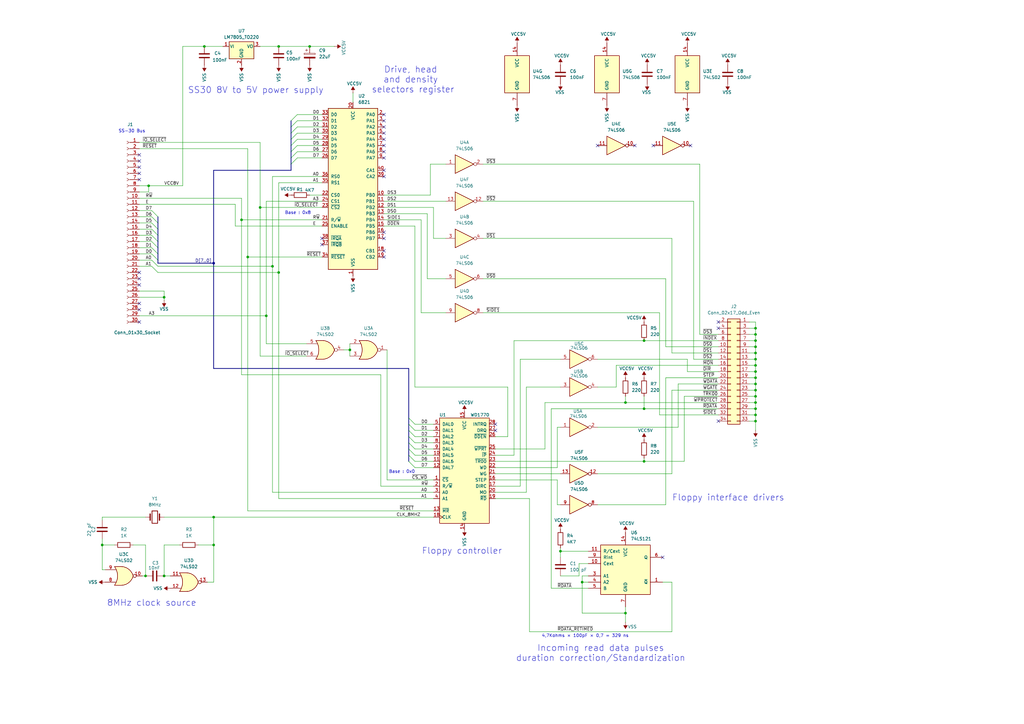
<source format=kicad_sch>
(kicad_sch (version 20250114) (generator "eeschema") (generator_version "9.0")
  (paper "A3")
  (title_block (title "Apollo 7 Squale - SS30 Floppy Disk controller") (rev "0.2") (comment 1 "https://github.com/jfdelnero/Apollo_7_Squale/tree/master/hardware/") (comment 2 "http://hxc2001.free.fr/Squale/") (comment 3 "CC-BY Licence (Creative Commons Attribution)") (comment 4 "Drawn by Jean-François DEL NERO (Draft / WIP !)"))
  (text "Floppy controller" (at 189.484 226.06 0) (effects (font (size 2.54 2.54))))
  (text "Base : 0x8" (at 122.174 87.376 0) (effects (font (size 1.27 1.27))))
  (text "8MHz clock source" (at 62.23 247.396 0) (effects (font (size 2.54 2.54))))
  (text "SS-30 Bus" (at 54.102 53.848 0) (effects (font (size 1.27 1.27))))
  (text "SS30 8V to 5V power supply" (at 104.902 37.084 0) (effects (font (size 2.54 2.54))))
  (text "Incoming read data pulses\nduration correction/Standardization" (at 246.38 267.97 0) (effects (font (size 2.54 2.54))))
  (text "Floppy interface drivers" (at 298.704 204.216 0) (effects (font (size 2.54 2.54))))
  (text "Drive, head \nand density \nselectors register" (at 169.418 32.766 0) (effects (font (size 2.54 2.54))))
  (text "Base : 0x0" (at 164.846 193.548 0) (effects (font (size 1.27 1.27))))
  (text "4,7Kohms × 100pF × 0,7 = 329 ns" (at 240.03 260.858 0) (effects (font (size 1.27 1.27))))
  (junction (at 67.31 121.92))
  (junction (at 101.6 105.41))
  (junction (at 309.88 172.72))
  (junction (at 60.96 76.2))
  (junction (at 87.63 223.52))
  (junction (at 87.63 212.09))
  (junction (at 41.91 223.52))
  (junction (at 59.69 236.22))
  (junction (at 109.22 129.54))
  (junction (at 309.88 144.78))
  (junction (at 238.76 238.76))
  (junction (at 309.88 147.32))
  (junction (at 309.88 134.62))
  (junction (at 256.54 165.1))
  (junction (at 264.16 139.7))
  (junction (at 264.16 167.64))
  (junction (at 309.88 139.7))
  (junction (at 309.88 154.94))
  (junction (at 143.51 143.51))
  (junction (at 83.82 19.05))
  (junction (at 229.87 226.06))
  (junction (at 127 19.05))
  (junction (at 264.16 189.23))
  (junction (at 114.3 19.05))
  (junction (at 309.88 170.18))
  (junction (at 309.88 162.56))
  (junction (at 114.3 111.76))
  (junction (at 309.88 149.86))
  (junction (at 256.54 251.46))
  (junction (at 309.88 152.4))
  (junction (at 99.06 90.17))
  (junction (at 111.76 109.22))
  (junction (at 87.63 107.95))
  (junction (at 309.88 137.16))
  (junction (at 309.88 160.02))
  (junction (at 309.88 157.48))
  (junction (at 67.31 236.22))
  (junction (at 106.68 85.09))
  (junction (at 309.88 142.24))
  (junction (at 309.88 167.64))
  (junction (at 309.88 165.1))
  (no_connect (at 157.48 72.39))
  (no_connect (at 57.15 73.66))
  (no_connect (at 157.48 69.85))
  (no_connect (at 271.78 228.6))
  (no_connect (at 245.11 59.69))
  (no_connect (at 157.48 64.77))
  (no_connect (at 203.2 173.99))
  (no_connect (at 157.48 95.25))
  (no_connect (at 294.64 134.62))
  (no_connect (at 157.48 62.23))
  (no_connect (at 132.08 97.79))
  (no_connect (at 294.64 132.08))
  (no_connect (at 57.15 132.08))
  (no_connect (at 57.15 124.46))
  (no_connect (at 157.48 57.15))
  (no_connect (at 132.08 100.33))
  (no_connect (at 157.48 54.61))
  (no_connect (at 260.35 59.69))
  (no_connect (at 203.2 176.53))
  (no_connect (at 157.48 49.53))
  (no_connect (at 157.48 97.79))
  (no_connect (at 57.15 111.76))
  (no_connect (at 157.48 102.87))
  (no_connect (at 57.15 127))
  (no_connect (at 57.15 116.84))
  (no_connect (at 157.48 46.99))
  (no_connect (at 57.15 63.5))
  (no_connect (at 283.21 59.69))
  (no_connect (at 157.48 52.07))
  (no_connect (at 267.97 59.69))
  (no_connect (at 57.15 66.04))
  (no_connect (at 294.64 172.72))
  (no_connect (at 57.15 68.58))
  (no_connect (at 157.48 59.69))
  (no_connect (at 157.48 105.41))
  (no_connect (at 57.15 114.3))
  (no_connect (at 57.15 71.12))
  (bus_entry (at 62.23 93.98) (size 2.54 2.54))
  (bus_entry (at 167.64 176.53) (size 2.54 2.54))
  (bus_entry (at 119.38 57.15) (size 2.54 -2.54))
  (bus_entry (at 167.64 189.23) (size 2.54 2.54))
  (bus_entry (at 62.23 91.44) (size 2.54 2.54))
  (bus_entry (at 167.64 173.99) (size 2.54 2.54))
  (bus_entry (at 62.23 104.14) (size 2.54 2.54))
  (bus_entry (at 62.23 88.9) (size 2.54 2.54))
  (bus_entry (at 167.64 186.69) (size 2.54 2.54))
  (bus_entry (at 62.23 101.6) (size 2.54 2.54))
  (bus_entry (at 119.38 52.07) (size 2.54 -2.54))
  (bus_entry (at 62.23 106.68) (size 2.54 2.54))
  (bus_entry (at 167.64 184.15) (size 2.54 2.54))
  (bus_entry (at 62.23 96.52) (size 2.54 2.54))
  (bus_entry (at 119.38 67.31) (size 2.54 -2.54))
  (bus_entry (at 119.38 54.61) (size 2.54 -2.54))
  (bus_entry (at 119.38 62.23) (size 2.54 -2.54))
  (bus_entry (at 167.64 181.61) (size 2.54 2.54))
  (bus_entry (at 62.23 99.06) (size 2.54 2.54))
  (bus_entry (at 119.38 64.77) (size 2.54 -2.54))
  (bus_entry (at 167.64 179.07) (size 2.54 2.54))
  (bus_entry (at 62.23 109.22) (size 2.54 2.54))
  (bus_entry (at 119.38 49.53) (size 2.54 -2.54))
  (bus_entry (at 167.64 171.45) (size 2.54 2.54))
  (bus_entry (at 62.23 86.36) (size 2.54 2.54))
  (bus_entry (at 119.38 59.69) (size 2.54 -2.54))
  (bus (pts (xy 64.77 107.95) (xy 87.63 107.95)))
  (wire (pts (xy 307.34 132.08) (xy 309.88 132.08)))
  (bus (pts (xy 119.38 62.23) (xy 119.38 64.77)))
  (wire (pts (xy 57.15 78.74) (xy 60.96 78.74)))
  (bus (pts (xy 167.64 171.45) (xy 167.64 173.99)))
  (wire (pts (xy 307.34 134.62) (xy 309.88 134.62)))
  (wire (pts (xy 121.92 54.61) (xy 132.08 54.61)))
  (wire (pts (xy 87.63 212.09) (xy 87.63 223.52)))
  (wire (pts (xy 264.16 162.56) (xy 264.16 167.64)))
  (wire (pts (xy 307.34 167.64) (xy 309.88 167.64)))
  (wire (pts (xy 309.88 154.94) (xy 309.88 157.48)))
  (wire (pts (xy 203.2 204.47) (xy 217.17 204.47)))
  (wire (pts (xy 309.88 167.64) (xy 309.88 170.18)))
  (wire (pts (xy 57.15 58.42) (xy 106.68 58.42)))
  (wire (pts (xy 170.18 179.07) (xy 177.8 179.07)))
  (wire (pts (xy 144.78 38.1) (xy 144.78 41.91)))
  (bus (pts (xy 87.63 69.85) (xy 119.38 69.85)))
  (wire (pts (xy 307.34 165.1) (xy 309.88 165.1)))
  (wire (pts (xy 284.48 82.55) (xy 284.48 147.32)))
  (wire (pts (xy 198.12 82.55) (xy 284.48 82.55)))
  (wire (pts (xy 309.88 147.32) (xy 309.88 149.86)))
  (wire (pts (xy 223.52 184.15) (xy 203.2 184.15)))
  (wire (pts (xy 87.63 223.52) (xy 87.63 238.76)))
  (wire (pts (xy 87.63 212.09) (xy 177.8 212.09)))
  (wire (pts (xy 309.88 176.53) (xy 309.88 172.72)))
  (wire (pts (xy 228.6 196.85) (xy 203.2 196.85)))
  (wire (pts (xy 114.3 74.93) (xy 114.3 111.76)))
  (wire (pts (xy 41.91 212.09) (xy 41.91 213.36)))
  (wire (pts (xy 99.06 90.17) (xy 132.08 90.17)))
  (wire (pts (xy 170.18 158.75) (xy 208.28 158.75)))
  (wire (pts (xy 127 19.05) (xy 137.16 19.05)))
  (wire (pts (xy 309.88 144.78) (xy 309.88 147.32)))
  (wire (pts (xy 309.88 142.24) (xy 309.88 144.78)))
  (wire (pts (xy 237.49 231.14) (xy 241.3 231.14)))
  (wire (pts (xy 57.15 91.44) (xy 62.23 91.44)))
  (wire (pts (xy 198.12 114.3) (xy 273.05 114.3)))
  (wire (pts (xy 256.54 162.56) (xy 256.54 165.1)))
  (wire (pts (xy 215.9 158.75) (xy 229.87 158.75)))
  (wire (pts (xy 217.17 204.47) (xy 217.17 259.08)))
  (wire (pts (xy 83.82 19.05) (xy 91.44 19.05)))
  (wire (pts (xy 264.16 187.96) (xy 264.16 189.23)))
  (wire (pts (xy 69.85 236.22) (xy 67.31 236.22)))
  (wire (pts (xy 175.26 87.63) (xy 175.26 114.3)))
  (wire (pts (xy 57.15 129.54) (xy 109.22 129.54)))
  (wire (pts (xy 121.92 59.69) (xy 132.08 59.69)))
  (wire (pts (xy 170.18 173.99) (xy 177.8 173.99)))
  (wire (pts (xy 177.8 97.79) (xy 182.88 97.79)))
  (wire (pts (xy 127 80.01) (xy 132.08 80.01)))
  (wire (pts (xy 273.05 142.24) (xy 294.64 142.24)))
  (wire (pts (xy 228.6 191.77) (xy 228.6 175.26)))
  (wire (pts (xy 213.36 199.39) (xy 213.36 147.32)))
  (wire (pts (xy 57.15 99.06) (xy 62.23 99.06)))
  (wire (pts (xy 294.64 139.7) (xy 264.16 139.7)))
  (wire (pts (xy 156.21 199.39) (xy 177.8 199.39)))
  (wire (pts (xy 132.08 82.55) (xy 109.22 82.55)))
  (wire (pts (xy 245.11 158.75) (xy 252.73 158.75)))
  (wire (pts (xy 198.12 67.31) (xy 287.02 67.31)))
  (bus (pts (xy 64.77 104.14) (xy 64.77 106.68)))
  (wire (pts (xy 41.91 212.09) (xy 59.69 212.09)))
  (wire (pts (xy 57.15 76.2) (xy 60.96 76.2)))
  (wire (pts (xy 58.42 236.22) (xy 59.69 236.22)))
  (bus (pts (xy 64.77 101.6) (xy 64.77 104.14)))
  (wire (pts (xy 307.34 154.94) (xy 309.88 154.94)))
  (wire (pts (xy 203.2 191.77) (xy 228.6 191.77)))
  (wire (pts (xy 57.15 93.98) (xy 62.23 93.98)))
  (bus (pts (xy 64.77 96.52) (xy 64.77 99.06)))
  (wire (pts (xy 210.82 186.69) (xy 203.2 186.69)))
  (wire (pts (xy 309.88 170.18) (xy 309.88 172.72)))
  (wire (pts (xy 309.88 152.4) (xy 309.88 154.94)))
  (wire (pts (xy 57.15 60.96) (xy 101.6 60.96)))
  (wire (pts (xy 281.94 152.4) (xy 294.64 152.4)))
  (wire (pts (xy 114.3 74.93) (xy 132.08 74.93)))
  (wire (pts (xy 74.93 19.05) (xy 83.82 19.05)))
  (wire (pts (xy 229.87 226.06) (xy 241.3 226.06)))
  (wire (pts (xy 114.3 19.05) (xy 127 19.05)))
  (wire (pts (xy 121.92 52.07) (xy 132.08 52.07)))
  (wire (pts (xy 256.54 255.27) (xy 256.54 251.46)))
  (wire (pts (xy 280.67 162.56) (xy 294.64 162.56)))
  (wire (pts (xy 140.97 143.51) (xy 143.51 143.51)))
  (wire (pts (xy 307.34 147.32) (xy 309.88 147.32)))
  (wire (pts (xy 275.59 238.76) (xy 275.59 259.08)))
  (wire (pts (xy 54.61 223.52) (xy 59.69 223.52)))
  (wire (pts (xy 114.3 204.47) (xy 177.8 204.47)))
  (wire (pts (xy 238.76 236.22) (xy 238.76 238.76)))
  (wire (pts (xy 270.51 170.18) (xy 294.64 170.18)))
  (wire (pts (xy 170.18 92.71) (xy 170.18 158.75)))
  (wire (pts (xy 157.48 80.01) (xy 176.53 80.01)))
  (wire (pts (xy 109.22 82.55) (xy 109.22 129.54)))
  (wire (pts (xy 41.91 223.52) (xy 41.91 220.98)))
  (wire (pts (xy 213.36 147.32) (xy 229.87 147.32)))
  (wire (pts (xy 156.21 153.67) (xy 156.21 199.39)))
  (wire (pts (xy 111.76 201.93) (xy 177.8 201.93)))
  (wire (pts (xy 275.59 97.79) (xy 275.59 144.78)))
  (wire (pts (xy 307.34 137.16) (xy 309.88 137.16)))
  (wire (pts (xy 114.3 111.76) (xy 114.3 204.47)))
  (wire (pts (xy 121.92 46.99) (xy 132.08 46.99)))
  (wire (pts (xy 57.15 96.52) (xy 62.23 96.52)))
  (wire (pts (xy 121.92 64.77) (xy 132.08 64.77)))
  (wire (pts (xy 57.15 83.82) (xy 96.52 83.82)))
  (wire (pts (xy 64.77 111.76) (xy 114.3 111.76)))
  (wire (pts (xy 96.52 83.82) (xy 96.52 92.71)))
  (wire (pts (xy 158.75 196.85) (xy 177.8 196.85)))
  (wire (pts (xy 228.6 207.01) (xy 228.6 196.85)))
  (wire (pts (xy 294.64 154.94) (xy 273.05 154.94)))
  (wire (pts (xy 307.34 162.56) (xy 309.88 162.56)))
  (wire (pts (xy 57.15 81.28) (xy 99.06 81.28)))
  (wire (pts (xy 309.88 132.08) (xy 309.88 134.62)))
  (wire (pts (xy 106.68 146.05) (xy 106.68 85.09)))
  (bus (pts (xy 119.38 67.31) (xy 119.38 69.85)))
  (wire (pts (xy 106.68 85.09) (xy 132.08 85.09)))
  (wire (pts (xy 284.48 147.32) (xy 294.64 147.32)))
  (wire (pts (xy 198.12 128.27) (xy 270.51 128.27)))
  (wire (pts (xy 170.18 191.77) (xy 177.8 191.77)))
  (wire (pts (xy 67.31 121.92) (xy 67.31 119.38)))
  (wire (pts (xy 64.77 109.22) (xy 111.76 109.22)))
  (wire (pts (xy 109.22 140.97) (xy 125.73 140.97)))
  (wire (pts (xy 109.22 140.97) (xy 109.22 129.54)))
  (bus (pts (xy 87.63 69.85) (xy 87.63 107.95)))
  (wire (pts (xy 99.06 90.17) (xy 99.06 153.67)))
  (wire (pts (xy 57.15 88.9) (xy 62.23 88.9)))
  (wire (pts (xy 264.16 189.23) (xy 280.67 189.23)))
  (wire (pts (xy 309.88 139.7) (xy 309.88 142.24)))
  (wire (pts (xy 111.76 72.39) (xy 111.76 109.22)))
  (wire (pts (xy 210.82 139.7) (xy 264.16 139.7)))
  (wire (pts (xy 256.54 251.46) (xy 256.54 248.92)))
  (wire (pts (xy 177.8 85.09) (xy 177.8 97.79)))
  (wire (pts (xy 132.08 72.39) (xy 111.76 72.39)))
  (wire (pts (xy 111.76 109.22) (xy 111.76 201.93)))
  (wire (pts (xy 99.06 81.28) (xy 99.06 90.17)))
  (bus (pts (xy 167.64 173.99) (xy 167.64 176.53)))
  (wire (pts (xy 57.15 104.14) (xy 62.23 104.14)))
  (wire (pts (xy 106.68 58.42) (xy 106.68 85.09)))
  (wire (pts (xy 172.72 90.17) (xy 172.72 128.27)))
  (wire (pts (xy 170.18 184.15) (xy 177.8 184.15)))
  (wire (pts (xy 287.02 137.16) (xy 294.64 137.16)))
  (wire (pts (xy 307.34 152.4) (xy 309.88 152.4)))
  (wire (pts (xy 245.11 175.26) (xy 278.13 175.26)))
  (wire (pts (xy 226.06 167.64) (xy 264.16 167.64)))
  (wire (pts (xy 170.18 189.23) (xy 177.8 189.23)))
  (wire (pts (xy 176.53 67.31) (xy 182.88 67.31)))
  (wire (pts (xy 273.05 154.94) (xy 273.05 207.01)))
  (bus (pts (xy 87.63 107.95) (xy 87.63 151.13)))
  (wire (pts (xy 74.93 19.05) (xy 74.93 76.2)))
  (wire (pts (xy 309.88 165.1) (xy 309.88 167.64)))
  (wire (pts (xy 273.05 114.3) (xy 273.05 142.24)))
  (wire (pts (xy 81.28 223.52) (xy 87.63 223.52)))
  (bus (pts (xy 64.77 88.9) (xy 64.77 91.44)))
  (wire (pts (xy 229.87 224.79) (xy 229.87 226.06)))
  (bus (pts (xy 64.77 93.98) (xy 64.77 96.52)))
  (wire (pts (xy 121.92 57.15) (xy 132.08 57.15)))
  (wire (pts (xy 241.3 241.3) (xy 226.06 241.3)))
  (wire (pts (xy 41.91 223.52) (xy 46.99 223.52)))
  (wire (pts (xy 43.18 233.68) (xy 41.91 233.68)))
  (wire (pts (xy 101.6 105.41) (xy 101.6 209.55)))
  (wire (pts (xy 121.92 49.53) (xy 132.08 49.53)))
  (wire (pts (xy 256.54 165.1) (xy 223.52 165.1)))
  (wire (pts (xy 309.88 134.62) (xy 309.88 137.16)))
  (bus (pts (xy 119.38 59.69) (xy 119.38 62.23)))
  (bus (pts (xy 119.38 52.07) (xy 119.38 54.61)))
  (wire (pts (xy 157.48 92.71) (xy 170.18 92.71)))
  (bus (pts (xy 167.64 181.61) (xy 167.64 184.15)))
  (wire (pts (xy 57.15 106.68) (xy 62.23 106.68)))
  (wire (pts (xy 252.73 149.86) (xy 294.64 149.86)))
  (wire (pts (xy 157.48 90.17) (xy 172.72 90.17)))
  (wire (pts (xy 57.15 121.92) (xy 67.31 121.92)))
  (wire (pts (xy 59.69 223.52) (xy 59.69 236.22)))
  (wire (pts (xy 157.48 82.55) (xy 182.88 82.55)))
  (wire (pts (xy 287.02 67.31) (xy 287.02 137.16)))
  (wire (pts (xy 307.34 170.18) (xy 309.88 170.18)))
  (wire (pts (xy 307.34 142.24) (xy 309.88 142.24)))
  (wire (pts (xy 41.91 233.68) (xy 41.91 223.52)))
  (bus (pts (xy 64.77 99.06) (xy 64.77 101.6)))
  (wire (pts (xy 203.2 201.93) (xy 215.9 201.93)))
  (wire (pts (xy 208.28 158.75) (xy 208.28 179.07)))
  (wire (pts (xy 275.59 160.02) (xy 275.59 194.31)))
  (wire (pts (xy 238.76 238.76) (xy 241.3 238.76)))
  (wire (pts (xy 228.6 207.01) (xy 229.87 207.01)))
  (wire (pts (xy 223.52 165.1) (xy 223.52 184.15)))
  (wire (pts (xy 307.34 139.7) (xy 309.88 139.7)))
  (wire (pts (xy 309.88 137.16) (xy 309.88 139.7)))
  (wire (pts (xy 106.68 19.05) (xy 114.3 19.05)))
  (wire (pts (xy 309.88 162.56) (xy 309.88 165.1)))
  (wire (pts (xy 60.96 76.2) (xy 74.93 76.2)))
  (wire (pts (xy 158.75 143.51) (xy 158.75 196.85)))
  (bus (pts (xy 119.38 49.53) (xy 119.38 52.07)))
  (wire (pts (xy 275.59 144.78) (xy 294.64 144.78)))
  (wire (pts (xy 309.88 160.02) (xy 309.88 162.56)))
  (wire (pts (xy 238.76 251.46) (xy 238.76 238.76)))
  (wire (pts (xy 229.87 226.06) (xy 229.87 228.6)))
  (wire (pts (xy 245.11 194.31) (xy 275.59 194.31)))
  (wire (pts (xy 278.13 157.48) (xy 294.64 157.48)))
  (wire (pts (xy 309.88 172.72) (xy 307.34 172.72)))
  (wire (pts (xy 256.54 251.46) (xy 238.76 251.46)))
  (bus (pts (xy 119.38 54.61) (xy 119.38 57.15)))
  (wire (pts (xy 57.15 86.36) (xy 62.23 86.36)))
  (wire (pts (xy 143.51 143.51) (xy 143.51 146.05)))
  (wire (pts (xy 229.87 236.22) (xy 237.49 236.22)))
  (wire (pts (xy 294.64 160.02) (xy 275.59 160.02)))
  (wire (pts (xy 101.6 209.55) (xy 177.8 209.55)))
  (wire (pts (xy 101.6 105.41) (xy 132.08 105.41)))
  (wire (pts (xy 176.53 80.01) (xy 176.53 67.31)))
  (bus (pts (xy 87.63 151.13) (xy 167.64 151.13)))
  (wire (pts (xy 273.05 207.01) (xy 245.11 207.01)))
  (wire (pts (xy 67.31 121.92) (xy 67.31 123.19)))
  (wire (pts (xy 175.26 114.3) (xy 182.88 114.3)))
  (wire (pts (xy 60.96 78.74) (xy 60.96 76.2)))
  (wire (pts (xy 307.34 144.78) (xy 309.88 144.78)))
  (wire (pts (xy 270.51 128.27) (xy 270.51 170.18)))
  (wire (pts (xy 264.16 167.64) (xy 294.64 167.64)))
  (wire (pts (xy 241.3 236.22) (xy 238.76 236.22)))
  (wire (pts (xy 281.94 147.32) (xy 281.94 152.4)))
  (bus (pts (xy 167.64 176.53) (xy 167.64 179.07)))
  (wire (pts (xy 57.15 101.6) (xy 62.23 101.6)))
  (wire (pts (xy 294.64 165.1) (xy 256.54 165.1)))
  (wire (pts (xy 85.09 238.76) (xy 87.63 238.76)))
  (wire (pts (xy 307.34 160.02) (xy 309.88 160.02)))
  (wire (pts (xy 170.18 186.69) (xy 177.8 186.69)))
  (wire (pts (xy 99.06 153.67) (xy 156.21 153.67)))
  (bus (pts (xy 119.38 57.15) (xy 119.38 59.69)))
  (wire (pts (xy 101.6 60.96) (xy 101.6 105.41)))
  (wire (pts (xy 96.52 92.71) (xy 132.08 92.71)))
  (wire (pts (xy 309.88 157.48) (xy 309.88 160.02)))
  (wire (pts (xy 228.6 175.26) (xy 229.87 175.26)))
  (wire (pts (xy 157.48 87.63) (xy 175.26 87.63)))
  (wire (pts (xy 307.34 157.48) (xy 309.88 157.48)))
  (wire (pts (xy 87.63 212.09) (xy 67.31 212.09)))
  (wire (pts (xy 215.9 201.93) (xy 215.9 158.75)))
  (bus (pts (xy 167.64 179.07) (xy 167.64 181.61)))
  (wire (pts (xy 170.18 176.53) (xy 177.8 176.53)))
  (wire (pts (xy 67.31 223.52) (xy 67.31 236.22)))
  (bus (pts (xy 64.77 91.44) (xy 64.77 93.98)))
  (bus (pts (xy 64.77 106.68) (xy 64.77 107.95)))
  (wire (pts (xy 203.2 194.31) (xy 229.87 194.31)))
  (wire (pts (xy 309.88 149.86) (xy 309.88 152.4)))
  (wire (pts (xy 198.12 97.79) (xy 275.59 97.79)))
  (wire (pts (xy 157.48 85.09) (xy 177.8 85.09)))
  (bus (pts (xy 167.64 186.69) (xy 167.64 189.23)))
  (wire (pts (xy 210.82 139.7) (xy 210.82 186.69)))
  (wire (pts (xy 57.15 119.38) (xy 67.31 119.38)))
  (wire (pts (xy 121.92 62.23) (xy 132.08 62.23)))
  (wire (pts (xy 208.28 179.07) (xy 203.2 179.07)))
  (wire (pts (xy 67.31 223.52) (xy 73.66 223.52)))
  (wire (pts (xy 280.67 189.23) (xy 280.67 162.56)))
  (bus (pts (xy 167.64 184.15) (xy 167.64 186.69)))
  (bus (pts (xy 119.38 64.77) (xy 119.38 67.31)))
  (wire (pts (xy 143.51 140.97) (xy 143.51 143.51)))
  (wire (pts (xy 106.68 146.05) (xy 125.73 146.05)))
  (wire (pts (xy 203.2 189.23) (xy 264.16 189.23)))
  (wire (pts (xy 170.18 181.61) (xy 177.8 181.61)))
  (wire (pts (xy 275.59 259.08) (xy 217.17 259.08)))
  (wire (pts (xy 278.13 175.26) (xy 278.13 157.48)))
  (wire (pts (xy 245.11 147.32) (xy 281.94 147.32)))
  (wire (pts (xy 271.78 238.76) (xy 275.59 238.76)))
  (bus (pts (xy 167.64 151.13) (xy 167.64 171.45)))
  (wire (pts (xy 226.06 167.64) (xy 226.06 241.3)))
  (wire (pts (xy 57.15 109.22) (xy 62.23 109.22)))
  (wire (pts (xy 172.72 128.27) (xy 182.88 128.27)))
  (wire (pts (xy 203.2 199.39) (xy 213.36 199.39)))
  (wire (pts (xy 307.34 149.86) (xy 309.88 149.86)))
  (wire (pts (xy 237.49 236.22) (xy 237.49 231.14)))
  (wire (pts (xy 252.73 158.75) (xy 252.73 149.86)))
  (label "~{RESET}" (at 125.73 105.41 0))
  (label "D7" (at 172.72 191.77 0))
  (label "~{RDATA}" (at 288.29 167.64 0))
  (label "D0" (at 59.69 104.14 0))
  (label "D4" (at 59.69 93.98 0))
  (label "~{DS3}" (at 199.39 67.31 0))
  (label "D4" (at 128.27 57.15 0))
  (label "~{IO_SELECT}" (at 120.65 85.09 0))
  (label "DS0" (at 158.75 87.63 0))
  (label "R~{W}" (at 128.27 90.17 0))
  (label "A3" (at 128.27 82.55 0))
  (label "D5" (at 59.69 91.44 0))
  (label "~{WPROTECT}" (at 284.48 165.1 0))
  (label "~{DDEN}" (at 158.75 92.71 0))
  (label "R~{W}" (at 172.72 199.39 0))
  (label "A0" (at 128.27 72.39 0))
  (label "~{WGATE}" (at 288.29 160.02 0))
  (label "~{DS2}" (at 288.29 147.32 0))
  (label "SIDE1" (at 158.75 90.17 0))
  (label "D3" (at 172.72 181.61 0))
  (label "A0" (at 172.72 201.93 0))
  (label "~{TRK00}" (at 288.29 162.56 0))
  (label "D7" (at 128.27 64.77 0))
  (label "VCC8V" (at 67.31 76.2 0))
  (label "D3" (at 128.27 54.61 0))
  (label "~{SIDE1}" (at 288.29 170.18 0))
  (label "~{MON}" (at 288.29 149.86 0))
  (label "~{RESET}" (at 163.83 209.55 0))
  (label "~{IO_SELECT}" (at 58.42 58.42 0))
  (label "~{INDEX}" (at 288.29 139.7 0))
  (label "E" (at 128.27 92.71 0))
  (label "A1" (at 128.27 74.93 0))
  (label "DS2" (at 158.75 82.55 0))
  (label "CLK_8MHZ" (at 162.56 212.09 0))
  (label "D6" (at 172.72 189.23 0))
  (label "~{DS3}" (at 288.29 137.16 0))
  (label "D5" (at 172.72 186.69 0))
  (label "D4" (at 172.72 184.15 0))
  (label "~{DS2}" (at 199.39 82.55 0))
  (label "~{STEP}" (at 288.29 154.94 0))
  (label "A1" (at 172.72 204.47 0))
  (label "~{WDATA}" (at 288.29 157.48 0))
  (label "A3" (at 60.96 129.54 0))
  (label "~{CS_WD}" (at 168.91 196.85 0))
  (label "DS1" (at 158.75 85.09 0))
  (label "D[7..0]" (at 80.01 107.95 0))
  (label "D1" (at 59.69 101.6 0))
  (label "D2" (at 59.69 99.06 0))
  (label "D3" (at 59.69 96.52 0))
  (label "D6" (at 128.27 62.23 0))
  (label "A1" (at 59.69 109.22 0))
  (label "D5" (at 128.27 59.69 0))
  (label "~{DS0}" (at 288.29 142.24 0))
  (label "~{IO_SELECT}" (at 116.84 146.05 0))
  (label "~{DS1}" (at 288.29 144.78 0))
  (label "~{DS1}" (at 199.39 97.79 0))
  (label "R~{W}" (at 59.69 81.28 0))
  (label "~{RDATA}" (at 228.6 241.3 0))
  (label "D2" (at 172.72 179.07 0))
  (label "~{RESET}" (at 58.42 60.96 0))
  (label "~{DIR}" (at 288.29 152.4 0))
  (label "D1" (at 172.72 176.53 0))
  (label "A0" (at 59.69 106.68 0))
  (label "~{DS0}" (at 199.39 114.3 0))
  (label "D0" (at 172.72 173.99 0))
  (label "D1" (at 128.27 49.53 0))
  (label "D0" (at 128.27 46.99 0))
  (label "~{SIDE1}" (at 199.39 128.27 0))
  (label "D2" (at 128.27 52.07 0))
  (label "E" (at 59.69 83.82 0))
  (label "D7" (at 59.69 86.36 0))
  (label "DS3" (at 158.75 80.01 0))
  (label "D6" (at 59.69 88.9 0))
  (label "~{RDATA_RETIMED}" (at 228.6 259.08 0))
  (symbol (lib_id "lib:WD1770") (at 190.5 194.31 0) (unit 1)
    (property "Reference" "U1" (at 181.61 170.18 0))
    (property "Value" "WD1770" (at 196.85 170.18 0))
    (property "Footprint" "Housings_DIP:DIP-28_W15.24mm_LongPads" (effects (hide yes)))
    (property "Datasheet" "http://info-coach.fr/atari/documents/general/fd/WD177x-00.pdf" (effects (hide yes)))
  )
  (symbol (lib_id "power:VSS") (at 67.31 123.19 180) (unit 1)
    (property "Reference" "#PWR0124" (effects (hide yes)))
    (property "Value" "VSS" (at 67.31 126.746 0))
    (property "Description" "Power symbol creates a global label with name \"VSS\"" (effects (hide yes)))
  )
  (symbol (lib_id "Device:C") (at 114.3 22.86 0) (unit 1)
    (property "Reference" "C5" (at 117.348 21.59 0) (effects (justify left)))
    (property "Value" "100nF" (at 117.348 24.13 0) (effects (justify left)))
    (property "Description" "Unpolarized capacitor" (effects (hide yes)))
  )
  (symbol (lib_id "power:VSS") (at 256.54 218.44 0) (unit 1)
    (property "Reference" "#PWR013" (effects (hide yes)))
    (property "Value" "VCC5V" (at 254 214.63 0) (effects (justify left)))
    (property "Description" "Power symbol creates a global label with name \"VSS\"" (effects (hide yes)))
  )
  (symbol (lib_id "power:VSS") (at 144.78 38.1 0) (unit 1)
    (property "Reference" "#PWR020" (effects (hide yes)))
    (property "Value" "VCC5V" (at 142.24 34.29 0) (effects (justify left)))
    (property "Description" "Power symbol creates a global label with name \"VSS\"" (effects (hide yes)))
  )
  (symbol (lib_id "Device:R") (at 264.16 158.75 0) (unit 1)
    (property "Reference" "R7" (at 266.7 157.4799 0) (effects (justify left)))
    (property "Value" "220" (at 266.7 160.0199 0) (effects (justify left)))
    (property "Description" "Resistor" (effects (hide yes)))
  )
  (symbol (lib_id "74xx:74LS06") (at 190.5 82.55 0) (unit 6)
    (property "Reference" "U4" (at 190.5 73.66 0))
    (property "Value" "74LS06" (at 190.5 76.2 0))
    (property "Datasheet" "http://www.ti.com/lit/gpn/sn74LS06" (effects (hide yes)))
    (property "Description" "Inverter Open Collect" (effects (hide yes)))
  )
  (symbol (lib_id "74xx:74LS121") (at 256.54 233.68 0) (unit 1)
    (property "Reference" "U6" (at 258.6833 218.44 0) (effects (justify left)))
    (property "Value" "74LS121" (at 258.6833 220.98 0) (effects (justify left)))
    (property "Datasheet" "http://www.ti.com/lit/gpn/sn74121" (effects (hide yes)))
    (property "Description" "monostable multivibrator with Schmitt-trigger inputs" (effects (hide yes)))
  )
  (symbol (lib_id "power:VSS") (at 190.5 217.17 180) (unit 1)
    (property "Reference" "#PWR010" (effects (hide yes)))
    (property "Value" "VSS" (at 190.5 222.25 90))
    (property "Description" "Power symbol creates a global label with name \"VSS\"" (effects (hide yes)))
  )
  (symbol (lib_id "power:VSS") (at 281.94 43.18 180) (unit 1)
    (property "Reference" "#PWR02" (effects (hide yes)))
    (property "Value" "VSS" (at 281.94 48.26 90))
    (property "Description" "Power symbol creates a global label with name \"VSS\"" (effects (hide yes)))
  )
  (symbol (lib_id "Device:Crystal") (at 63.5 212.09 0) (unit 1)
    (property "Reference" "Y1" (at 63.5 204.47 0))
    (property "Value" "8MHz" (at 63.5 207.01 0))
    (property "Description" "Two pin crystal" (effects (hide yes)))
  )
  (symbol (lib_id "power:VSS") (at 114.3 26.67 180) (unit 1)
    (property "Reference" "#PWR018" (effects (hide yes)))
    (property "Value" "VSS" (at 114.3 31.75 90))
    (property "Description" "Power symbol creates a global label with name \"VSS\"" (effects (hide yes)))
  )
  (symbol (lib_id "power:VSS") (at 144.78 113.03 180) (unit 1)
    (property "Reference" "#PWR01" (effects (hide yes)))
    (property "Value" "VSS" (at 144.78 118.11 90))
    (property "Description" "Power symbol creates a global label with name \"VSS\"" (effects (hide yes)))
  )
  (symbol (lib_id "Device:R") (at 229.87 220.98 0) (unit 1)
    (property "Reference" "R4" (at 232.41 219.7099 0) (effects (justify left)))
    (property "Value" "4K7" (at 232.41 222.2499 0) (effects (justify left)))
    (property "Description" "Resistor" (effects (hide yes)))
  )
  (symbol (lib_id "74xx:74LS06") (at 237.49 207.01 0) (unit 4)
    (property "Reference" "U5" (at 237.49 198.12 0))
    (property "Value" "74LS06" (at 237.49 200.66 0))
    (property "Datasheet" "http://www.ti.com/lit/gpn/sn74LS06" (effects (hide yes)))
    (property "Description" "Inverter Open Collect" (effects (hide yes)))
  )
  (symbol (lib_id "Device:C") (at 41.91 217.17 180) (unit 1)
    (property "Reference" "C2" (at 38.354 217.17 90))
    (property "Value" "22 pF" (at 36.576 217.17 90))
    (property "Description" "Unpolarized capacitor" (effects (hide yes)))
  )
  (symbol (lib_id "Device:C") (at 265.43 30.48 0) (unit 1)
    (property "Reference" "C7" (at 269.24 29.2099 0) (effects (justify left)))
    (property "Value" "100nF" (at 269.24 31.7499 0) (effects (justify left)))
    (property "Description" "Unpolarized capacitor" (effects (hide yes)))
  )
  (symbol (lib_id "power:VSS") (at 298.45 26.67 0) (unit 1)
    (property "Reference" "#PWR028" (effects (hide yes)))
    (property "Value" "VCC5V" (at 295.91 22.86 0) (effects (justify left)))
    (property "Description" "Power symbol creates a global label with name \"VSS\"" (effects (hide yes)))
  )
  (symbol (lib_id "74xx:74LS06") (at 252.73 59.69 0) (unit 5)
    (property "Reference" "U4" (at 252.73 50.8 0))
    (property "Value" "74LS06" (at 252.73 53.34 0))
    (property "Datasheet" "http://www.ti.com/lit/gpn/sn74LS06" (effects (hide yes)))
    (property "Description" "Inverter Open Collect" (effects (hide yes)))
  )
  (symbol (lib_id "power:VSS") (at 212.09 43.18 180) (unit 1)
    (property "Reference" "#PWR03" (effects (hide yes)))
    (property "Value" "VSS" (at 212.09 48.26 90))
    (property "Description" "Power symbol creates a global label with name \"VSS\"" (effects (hide yes)))
  )
  (symbol (lib_id "Device:R") (at 50.8 223.52 90) (unit 1)
    (property "Reference" "R2" (at 50.8 217.17 90))
    (property "Value" "1K" (at 50.8 219.71 90))
    (property "Description" "Resistor" (effects (hide yes)))
  )
  (symbol (lib_id "Regulator_Linear:LM7805_TO220") (at 99.06 19.05 0) (unit 1)
    (property "Reference" "U7" (at 99.06 12.7 0))
    (property "Value" "LM7805_TO220" (at 99.06 15.24 0))
    (property "Footprint" "Package_TO_SOT_THT:TO-220-3_Vertical" (effects (hide yes)))
    (property "Datasheet" "https://www.onsemi.cn/PowerSolutions/document/MC7800-D.PDF" (effects (hide yes)))
    (property "Description" "Positive 1A 35V Linear Regulator, Fixed Output 5V, TO-220" (effects (hide yes)))
  )
  (symbol (lib_id "power:VSS") (at 119.38 80.01 90) (unit 1)
    (property "Reference" "#PWR0182" (effects (hide yes)))
    (property "Value" "VCC5V" (at 118.11 77.47 90))
    (property "Description" "Power symbol creates a global label with name \"VSS\"" (effects (hide yes)))
  )
  (symbol (lib_id "Device:C") (at 229.87 30.48 0) (unit 1)
    (property "Reference" "C6" (at 233.68 29.2099 0) (effects (justify left)))
    (property "Value" "100nF" (at 233.68 31.7499 0) (effects (justify left)))
    (property "Description" "Unpolarized capacitor" (effects (hide yes)))
  )
  (symbol (lib_id "power:VSS") (at 265.43 34.29 180) (unit 1)
    (property "Reference" "#PWR024" (effects (hide yes)))
    (property "Value" "VSS" (at 265.176 37.846 0))
    (property "Description" "Power symbol creates a global label with name \"VSS\"" (effects (hide yes)))
  )
  (symbol (lib_id "Device:C_Polarized") (at 127 22.86 0) (unit 1)
    (property "Reference" "C9" (at 130.81 20.7009 0) (effects (justify left)))
    (property "Value" "22uF" (at 130.81 23.2409 0) (effects (justify left)))
    (property "Description" "Polarized capacitor" (effects (hide yes)))
  )
  (symbol (lib_id "74xx:74LS02") (at 133.35 143.51 0) (unit 2)
    (property "Reference" "U3" (at 133.35 134.62 0))
    (property "Value" "74LS02" (at 133.35 137.16 0))
    (property "Datasheet" "http://www.ti.com/lit/gpn/sn74ls02" (effects (hide yes)))
    (property "Description" "quad 2-input NOR gate" (effects (hide yes)))
  )
  (symbol (lib_id "Device:R") (at 264.16 135.89 0) (unit 1)
    (property "Reference" "R5" (at 266.7 134.6199 0) (effects (justify left)))
    (property "Value" "220" (at 266.7 137.1599 0) (effects (justify left)))
    (property "Description" "Resistor" (effects (hide yes)))
  )
  (symbol (lib_id "74xx:74LS02") (at 151.13 143.51 0) (unit 1)
    (property "Reference" "U3" (at 151.13 134.62 0))
    (property "Value" "74LS02" (at 151.13 137.16 0))
    (property "Datasheet" "http://www.ti.com/lit/gpn/sn74ls02" (effects (hide yes)))
    (property "Description" "quad 2-input NOR gate" (effects (hide yes)))
  )
  (symbol (lib_id "power:VSS") (at 265.43 26.67 0) (unit 1)
    (property "Reference" "#PWR025" (effects (hide yes)))
    (property "Value" "VCC5V" (at 262.89 22.86 0) (effects (justify left)))
    (property "Description" "Power symbol creates a global label with name \"VSS\"" (effects (hide yes)))
  )
  (symbol (lib_id "power:VSS") (at 229.87 26.67 0) (unit 1)
    (property "Reference" "#PWR026" (effects (hide yes)))
    (property "Value" "VCC5V" (at 227.33 22.86 0) (effects (justify left)))
    (property "Description" "Power symbol creates a global label with name \"VSS\"" (effects (hide yes)))
  )
  (symbol (lib_id "74xx:74LS02") (at 281.94 30.48 0) (unit 5)
    (property "Reference" "U3" (at 288.29 29.2099 0) (effects (justify left)))
    (property "Value" "74LS02" (at 288.29 31.7499 0) (effects (justify left)))
    (property "Datasheet" "http://www.ti.com/lit/gpn/sn74ls02" (effects (hide yes)))
    (property "Description" "quad 2-input NOR gate" (effects (hide yes)))
  )
  (symbol (lib_id "power:VSS") (at 99.06 26.67 180) (unit 1)
    (property "Reference" "#PWR016" (effects (hide yes)))
    (property "Value" "VSS" (at 99.06 31.75 90))
    (property "Description" "Power symbol creates a global label with name \"VSS\"" (effects (hide yes)))
  )
  (symbol (lib_id "power:VSS") (at 69.85 241.3 90) (unit 1)
    (property "Reference" "#PWR05" (effects (hide yes)))
    (property "Value" "VSS" (at 64.77 241.3 90))
    (property "Description" "Power symbol creates a global label with name \"VSS\"" (effects (hide yes)))
  )
  (symbol (lib_id "74xx:74LS06") (at 190.5 67.31 0) (unit 1)
    (property "Reference" "U4" (at 190.5 58.42 0))
    (property "Value" "74LS06" (at 190.5 60.96 0))
    (property "Datasheet" "http://www.ti.com/lit/gpn/sn74LS06" (effects (hide yes)))
    (property "Description" "Inverter Open Collect" (effects (hide yes)))
  )
  (symbol (lib_id "power:VSS") (at 281.94 17.78 0) (unit 1)
    (property "Reference" "#PWR0163" (effects (hide yes)))
    (property "Value" "VCC5V" (at 279.4 13.97 0) (effects (justify left)))
    (property "Description" "Power symbol creates a global label with name \"VSS\"" (effects (hide yes)))
  )
  (symbol (lib_id "power:VSS") (at 190.5 168.91 0) (unit 1)
    (property "Reference" "#PWR011" (effects (hide yes)))
    (property "Value" "VCC5V" (at 187.96 165.1 0) (effects (justify left)))
    (property "Description" "Power symbol creates a global label with name \"VSS\"" (effects (hide yes)))
  )
  (symbol (lib_id "74xx:74LS06") (at 275.59 59.69 0) (unit 5)
    (property "Reference" "U5" (at 275.59 50.8 0))
    (property "Value" "74LS06" (at 275.59 53.34 0))
    (property "Datasheet" "http://www.ti.com/lit/gpn/sn74LS06" (effects (hide yes)))
    (property "Description" "Inverter Open Collect" (effects (hide yes)))
  )
  (symbol (lib_id "74xx:74LS06") (at 248.92 30.48 0) (unit 7)
    (property "Reference" "U5" (at 255.27 29.2099 0) (effects (justify left)))
    (property "Value" "74LS06" (at 255.27 31.7499 0) (effects (justify left)))
    (property "Datasheet" "http://www.ti.com/lit/gpn/sn74LS06" (effects (hide yes)))
    (property "Description" "Inverter Open Collect" (effects (hide yes)))
  )
  (symbol (lib_id "power:VSS") (at 264.16 180.34 0) (unit 1)
    (property "Reference" "#PWR022" (effects (hide yes)))
    (property "Value" "VCC5V" (at 261.62 176.53 0) (effects (justify left)))
    (property "Description" "Power symbol creates a global label with name \"VSS\"" (effects (hide yes)))
  )
  (symbol (lib_id "Device:C") (at 83.82 22.86 0) (unit 1)
    (property "Reference" "C4" (at 87.884 21.844 0) (effects (justify left)))
    (property "Value" "100nF" (at 87.122 24.638 0) (effects (justify left)))
    (property "Description" "Unpolarized capacitor" (effects (hide yes)))
  )
  (symbol (lib_id "Device:R") (at 123.19 80.01 90) (unit 1)
    (property "Reference" "R1" (at 122.936 77.724 90))
    (property "Value" "4K7" (at 127 77.978 90))
    (property "Description" "Resistor" (effects (hide yes)))
  )
  (symbol (lib_id "power:VSS") (at 256.54 154.94 0) (unit 1)
    (property "Reference" "#PWR023" (effects (hide yes)))
    (property "Value" "VCC5V" (at 254 151.13 0) (effects (justify left)))
    (property "Description" "Power symbol creates a global label with name \"VSS\"" (effects (hide yes)))
  )
  (symbol (lib_id "Device:R") (at 256.54 158.75 0) (unit 1)
    (property "Reference" "R6" (at 259.08 157.4799 0) (effects (justify left)))
    (property "Value" "220" (at 259.08 160.0199 0) (effects (justify left)))
    (property "Description" "Resistor" (effects (hide yes)))
  )
  (symbol (lib_id "74xx:74LS02") (at 77.47 238.76 0) (unit 4)
    (property "Reference" "U3" (at 77.47 229.87 0))
    (property "Value" "74LS02" (at 77.47 232.41 0))
    (property "Datasheet" "http://www.ti.com/lit/gpn/sn74ls02" (effects (hide yes)))
    (property "Description" "quad 2-input NOR gate" (effects (hide yes)))
  )
  (symbol (lib_id "power:VSS") (at 309.88 176.53 180) (unit 1)
    (property "Reference" "#PWR06" (effects (hide yes)))
    (property "Value" "VSS" (at 309.88 181.61 90))
    (property "Description" "Power symbol creates a global label with name \"VSS\"" (effects (hide yes)))
  )
  (symbol (lib_id "Interface:6821") (at 144.78 77.47 0) (unit 1)
    (property "Reference" "U2" (at 146.9233 39.37 0) (effects (justify left)))
    (property "Value" "6821" (at 146.9233 41.91 0) (effects (justify left)))
    (property "Footprint" "Package_DIP:DIP-40_W15.24mm_Socket" (effects (hide yes)))
    (property "Datasheet" "http://pdf.datasheetcatalog.com/datasheet/motorola/6821.pdf" (effects (hide yes)))
    (property "Description" "Peripheral Interface Adapter 1MHz, DIP-40" (effects (hide yes)))
  )
  (symbol (lib_id "power:VSS") (at 229.87 34.29 180) (unit 1)
    (property "Reference" "#PWR027" (effects (hide yes)))
    (property "Value" "VSS" (at 229.616 37.846 0))
    (property "Description" "Power symbol creates a global label with name \"VSS\"" (effects (hide yes)))
  )
  (symbol (lib_id "74xx:74LS06") (at 190.5 128.27 0) (unit 4)
    (property "Reference" "U4" (at 190.5 119.38 0))
    (property "Value" "74LS06" (at 190.5 121.92 0))
    (property "Datasheet" "http://www.ti.com/lit/gpn/sn74LS06" (effects (hide yes)))
    (property "Description" "Inverter Open Collect" (effects (hide yes)))
  )
  (symbol (lib_id "power:VSS") (at 83.82 26.67 180) (unit 1)
    (property "Reference" "#PWR019" (effects (hide yes)))
    (property "Value" "VSS" (at 83.82 31.75 90))
    (property "Description" "Power symbol creates a global label with name \"VSS\"" (effects (hide yes)))
  )
  (symbol (lib_id "Device:C") (at 298.45 30.48 0) (unit 1)
    (property "Reference" "C8" (at 302.26 29.2099 0) (effects (justify left)))
    (property "Value" "100nF" (at 302.26 31.7499 0) (effects (justify left)))
    (property "Description" "Unpolarized capacitor" (effects (hide yes)))
  )
  (symbol (lib_id "74xx:74LS06") (at 212.09 30.48 0) (unit 7)
    (property "Reference" "U4" (at 218.44 29.2099 0) (effects (justify left)))
    (property "Value" "74LS06" (at 218.44 31.7499 0) (effects (justify left)))
    (property "Datasheet" "http://www.ti.com/lit/gpn/sn74LS06" (effects (hide yes)))
    (property "Description" "Inverter Open Collect" (effects (hide yes)))
  )
  (symbol (lib_id "Device:R") (at 77.47 223.52 90) (unit 1)
    (property "Reference" "R3" (at 77.47 217.17 90))
    (property "Value" "1K" (at 77.47 219.71 90))
    (property "Description" "Resistor" (effects (hide yes)))
  )
  (symbol (lib_id "power:VSS") (at 256.54 255.27 180) (unit 1)
    (property "Reference" "#PWR012" (effects (hide yes)))
    (property "Value" "VSS" (at 259.334 257.048 0))
    (property "Description" "Power symbol creates a global label with name \"VSS\"" (effects (hide yes)))
  )
  (symbol (lib_id "power:VSS") (at 264.16 132.08 0) (unit 1)
    (property "Reference" "#PWR021" (effects (hide yes)))
    (property "Value" "VCC5V" (at 257.048 130.302 0) (effects (justify left)))
    (property "Description" "Power symbol creates a global label with name \"VSS\"" (effects (hide yes)))
  )
  (symbol (lib_id "power:VSS") (at 248.92 17.78 0) (unit 1)
    (property "Reference" "#PWR08" (effects (hide yes)))
    (property "Value" "VCC5V" (at 246.38 13.97 0) (effects (justify left)))
    (property "Description" "Power symbol creates a global label with name \"VSS\"" (effects (hide yes)))
  )
  (symbol (lib_id "power:VSS") (at 137.16 19.05 270) (unit 1)
    (property "Reference" "#PWR017" (effects (hide yes)))
    (property "Value" "VCC5V" (at 140.97 16.51 0) (effects (justify left)))
    (property "Description" "Power symbol creates a global label with name \"VSS\"" (effects (hide yes)))
  )
  (symbol (lib_id "power:VSS") (at 43.18 238.76 90) (mirror x) (unit 1)
    (property "Reference" "#PWR04" (effects (hide yes)))
    (property "Value" "VSS" (at 38.1 238.76 90))
    (property "Description" "Power symbol creates a global label with name \"VSS\"" (effects (hide yes)))
  )
  (symbol (lib_id "Connector_Generic:Conn_02x17_Odd_Even") (at 302.26 152.4 0) (mirror y) (unit 1)
    (property "Reference" "J2" (at 300.99 125.73 0))
    (property "Value" "Conn_02x17_Odd_Even" (at 300.99 128.27 0))
    (property "Description" "Generic connector, double row, 02x17, odd/even pin numbering scheme (row 1 odd numbers, row 2 even numbers), script generated (kicad-library-utils/schlib/autogen/connector/)" (effects (hide yes)))
  )
  (symbol (lib_id "74xx:74LS06") (at 190.5 97.79 0) (unit 2)
    (property "Reference" "U4" (at 190.5 88.9 0))
    (property "Value" "74LS06" (at 190.5 91.44 0))
    (property "Datasheet" "http://www.ti.com/lit/gpn/sn74LS06" (effects (hide yes)))
    (property "Description" "Inverter Open Collect" (effects (hide yes)))
  )
  (symbol (lib_id "Connector:Conn_01x30_Socket") (at 52.07 93.98 0) (mirror y) (unit 1)
    (property "Reference" "J1" (at 54.61 51.054 0) (effects (justify left)))
    (property "Value" "Conn_01x30_Socket" (at 65.786 136.398 0) (effects (justify left)))
    (property "Description" "Generic connector, single row, 01x30, script generated" (effects (hide yes)))
  )
  (symbol (lib_id "power:VSS") (at 298.45 34.29 180) (unit 1)
    (property "Reference" "#PWR029" (effects (hide yes)))
    (property "Value" "VSS" (at 298.196 37.846 0))
    (property "Description" "Power symbol creates a global label with name \"VSS\"" (effects (hide yes)))
  )
  (symbol (lib_id "74xx:74LS06") (at 190.5 114.3 0) (unit 3)
    (property "Reference" "U4" (at 190.5 105.41 0))
    (property "Value" "74LS06" (at 190.5 107.95 0))
    (property "Datasheet" "http://www.ti.com/lit/gpn/sn74LS06" (effects (hide yes)))
    (property "Description" "Inverter Open Collect" (effects (hide yes)))
  )
  (symbol (lib_id "74xx:74LS06") (at 237.49 158.75 0) (unit 2)
    (property "Reference" "U5" (at 237.236 152.4 0))
    (property "Value" "74LS06" (at 237.49 154.178 0))
    (property "Datasheet" "http://www.ti.com/lit/gpn/sn74LS06" (effects (hide yes)))
    (property "Description" "Inverter Open Collect" (effects (hide yes)))
  )
  (symbol (lib_id "power:VSS") (at 212.09 17.78 0) (unit 1)
    (property "Reference" "#PWR07" (effects (hide yes)))
    (property "Value" "VCC5V" (at 209.55 13.97 0) (effects (justify left)))
    (property "Description" "Power symbol creates a global label with name \"VSS\"" (effects (hide yes)))
  )
  (symbol (lib_id "Device:C") (at 63.5 236.22 90) (unit 1)
    (property "Reference" "C3" (at 63.754 230.886 90))
    (property "Value" "10nF" (at 63.246 232.918 90))
    (property "Description" "Unpolarized capacitor" (effects (hide yes)))
  )
  (symbol (lib_id "74xx:74LS06") (at 237.49 147.32 0) (unit 3)
    (property "Reference" "U5" (at 237.49 140.97 0))
    (property "Value" "74LS06" (at 237.49 142.748 0))
    (property "Datasheet" "http://www.ti.com/lit/gpn/sn74LS06" (effects (hide yes)))
    (property "Description" "Inverter Open Collect" (effects (hide yes)))
  )
  (symbol (lib_id "power:VSS") (at 248.92 43.18 180) (unit 1)
    (property "Reference" "#PWR09" (effects (hide yes)))
    (property "Value" "VSS" (at 248.92 48.26 90))
    (property "Description" "Power symbol creates a global label with name \"VSS\"" (effects (hide yes)))
  )
  (symbol (lib_id "74xx:74LS02") (at 50.8 236.22 0) (mirror x) (unit 3)
    (property "Reference" "U3" (at 50.8 227.33 0))
    (property "Value" "74LS02" (at 50.8 229.87 0))
    (property "Datasheet" "http://www.ti.com/lit/gpn/sn74ls02" (effects (hide yes)))
    (property "Description" "quad 2-input NOR gate" (effects (hide yes)))
  )
  (symbol (lib_id "Device:R") (at 264.16 184.15 0) (unit 1)
    (property "Reference" "R8" (at 266.7 182.8799 0) (effects (justify left)))
    (property "Value" "220" (at 266.7 185.4199 0) (effects (justify left)))
    (property "Description" "Resistor" (effects (hide yes)))
  )
  (symbol (lib_id "power:VSS") (at 127 26.67 180) (unit 1)
    (property "Reference" "#PWR030" (effects (hide yes)))
    (property "Value" "VSS" (at 127 31.75 90))
    (property "Description" "Power symbol creates a global label with name \"VSS\"" (effects (hide yes)))
  )
  (symbol (lib_id "power:VSS") (at 229.87 217.17 0) (unit 1)
    (property "Reference" "#PWR015" (effects (hide yes)))
    (property "Value" "VCC5V" (at 227.33 213.36 0) (effects (justify left)))
    (property "Description" "Power symbol creates a global label with name \"VSS\"" (effects (hide yes)))
  )
  (symbol (lib_id "power:VSS") (at 264.16 154.94 0) (unit 1)
    (property "Reference" "#PWR014" (effects (hide yes)))
    (property "Value" "VCC5V" (at 261.62 151.13 0) (effects (justify left)))
    (property "Description" "Power symbol creates a global label with name \"VSS\"" (effects (hide yes)))
  )
  (symbol (lib_id "Device:C") (at 229.87 232.41 0) (unit 1)
    (property "Reference" "C1" (at 233.68 231.1399 0) (effects (justify left)))
    (property "Value" "100 pF" (at 233.68 233.6799 0) (effects (justify left)))
    (property "Description" "Unpolarized capacitor" (effects (hide yes)))
  )
  (symbol (lib_id "74xx:74LS06") (at 237.49 194.31 0) (unit 6)
    (property "Reference" "U5" (at 237.49 185.42 0))
    (property "Value" "74LS06" (at 237.49 187.96 0))
    (property "Datasheet" "http://www.ti.com/lit/gpn/sn74LS06" (effects (hide yes)))
    (property "Description" "Inverter Open Collect" (effects (hide yes)))
  )
  (symbol (lib_id "74xx:74LS06") (at 237.49 175.26 0) (unit 1)
    (property "Reference" "U5" (at 236.982 168.656 0))
    (property "Value" "74LS06" (at 237.236 170.688 0))
    (property "Datasheet" "http://www.ti.com/lit/gpn/sn74LS06" (effects (hide yes)))
    (property "Description" "Inverter Open Collect" (effects (hide yes)))
  )
)
</source>
